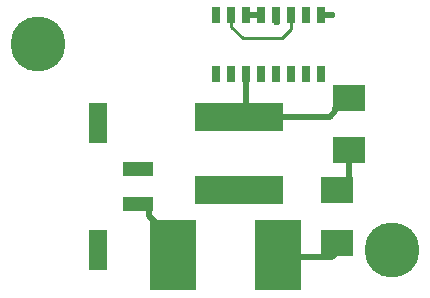
<source format=gtl>
G04*
G04 #@! TF.GenerationSoftware,Altium Limited,Altium Designer,19.0.14 (431)*
G04*
G04 Layer_Physical_Order=1*
G04 Layer_Color=255*
%FSLAX25Y25*%
%MOIN*%
G70*
G01*
G75*
%ADD22R,0.02638X0.05709*%
%ADD23R,0.15748X0.23622*%
%ADD24R,0.29528X0.09449*%
%ADD25R,0.06496X0.13504*%
%ADD26R,0.10000X0.05000*%
%ADD27R,0.10799X0.08500*%
%ADD28C,0.01968*%
%ADD29C,0.00984*%
%ADD30C,0.00600*%
%ADD31C,0.18307*%
%ADD32C,0.02362*%
D22*
X100610Y126927D02*
D03*
X105610D02*
D03*
X110610D02*
D03*
X115610D02*
D03*
X120610D02*
D03*
X125610D02*
D03*
X130610D02*
D03*
X135610D02*
D03*
Y107439D02*
D03*
X130610D02*
D03*
X125610D02*
D03*
X120610D02*
D03*
X115610D02*
D03*
X110610D02*
D03*
X105610D02*
D03*
X100610D02*
D03*
D23*
X121063Y46850D02*
D03*
X86024Y47047D02*
D03*
D24*
X108268Y68504D02*
D03*
Y92913D02*
D03*
D25*
X61102Y48662D02*
D03*
Y91102D02*
D03*
D26*
X74606Y75788D02*
D03*
Y63976D02*
D03*
D27*
X140945Y51142D02*
D03*
Y68543D02*
D03*
X144685Y99252D02*
D03*
Y81850D02*
D03*
D28*
X135610Y126927D02*
X138976D01*
X110610D02*
X115610D01*
X144685Y68898D02*
Y81850D01*
X110236Y92913D02*
X138347D01*
X110236D02*
X110610Y93287D01*
Y107439D01*
X138347Y92913D02*
X140270Y94837D01*
Y95986D01*
X143535Y99252D01*
X144685D01*
X143535Y51339D02*
X144685D01*
X140270Y48073D02*
X143535Y51339D01*
X140270Y47413D02*
Y48073D01*
X139117Y46260D02*
X140270Y47413D01*
X126772Y46260D02*
X139117D01*
X91732Y46457D02*
Y49241D01*
X84842Y56130D02*
X91732Y49241D01*
X82059Y56130D02*
X84842D01*
X78279Y59910D02*
X82059Y56130D01*
X78279Y59910D02*
Y62460D01*
X76763Y63976D02*
X78279Y62460D01*
X74606Y63976D02*
X76763D01*
D29*
X120610Y124765D02*
X120787Y124588D01*
X120610Y124765D02*
Y126927D01*
X125610Y122461D02*
Y126927D01*
X122441Y119291D02*
X125610Y122461D01*
X109449Y119291D02*
X122441D01*
X105610Y123130D02*
X109449Y119291D01*
X105610Y123130D02*
Y126927D01*
X74803Y75788D02*
X74803Y75787D01*
X74606Y75788D02*
X74803D01*
D30*
X108268Y67913D02*
Y68504D01*
D31*
X159134Y48679D02*
D03*
X41024Y117183D02*
D03*
D32*
X144685Y68898D02*
D03*
X138976Y126927D02*
D03*
X120787Y124588D02*
D03*
X105295Y126927D02*
D03*
X74803Y75787D02*
D03*
X108268Y67913D02*
D03*
M02*

</source>
